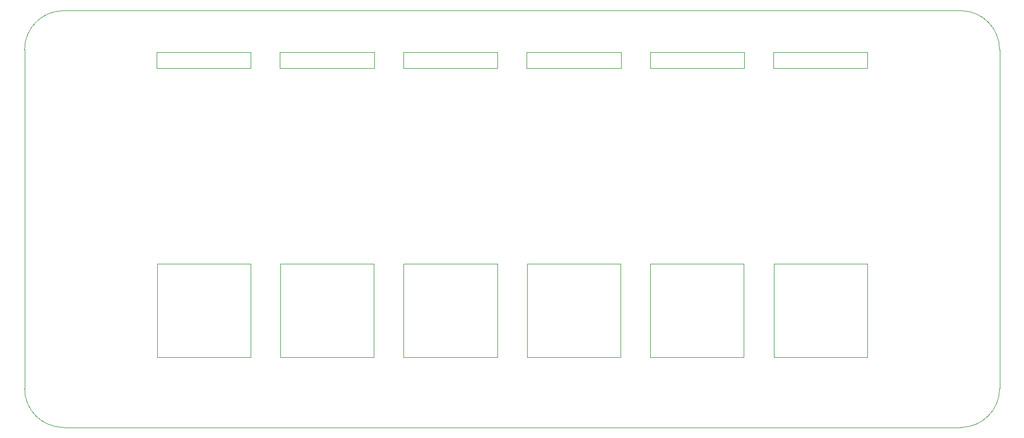
<source format=gbr>
G04 #@! TF.GenerationSoftware,KiCad,Pcbnew,5.1.7-a382d34a8~88~ubuntu20.04.1*
G04 #@! TF.CreationDate,2021-04-25T21:36:46-07:00*
G04 #@! TF.ProjectId,keypad-frame,6b657970-6164-42d6-9672-616d652e6b69,Apr2021a*
G04 #@! TF.SameCoordinates,Original*
G04 #@! TF.FileFunction,Profile,NP*
%FSLAX46Y46*%
G04 Gerber Fmt 4.6, Leading zero omitted, Abs format (unit mm)*
G04 Created by KiCad (PCBNEW 5.1.7-a382d34a8~88~ubuntu20.04.1) date 2021-04-25 21:36:46*
%MOMM*%
%LPD*%
G01*
G04 APERTURE LIST*
G04 #@! TA.AperFunction,Profile*
%ADD10C,0.050000*%
G04 #@! TD*
G04 #@! TA.AperFunction,Profile*
%ADD11C,0.120000*%
G04 #@! TD*
G04 APERTURE END LIST*
D10*
X91400000Y-59800000D02*
X91400000Y-112000000D01*
X235600000Y-53800000D02*
X97400000Y-53800000D01*
X91400000Y-59800000D02*
G75*
G02*
X97400000Y-53800000I6000000J0D01*
G01*
X241600000Y-112000000D02*
X241600000Y-59800000D01*
X235600000Y-53800000D02*
G75*
G02*
X241600000Y-59800000I0J-6000000D01*
G01*
X97400000Y-118000000D02*
X235600000Y-118000000D01*
X91400000Y-112000000D02*
G75*
G03*
X97400000Y-118000000I6000000J0D01*
G01*
X241600000Y-112000000D02*
G75*
G02*
X235600000Y-118000000I-6000000J0D01*
G01*
D11*
G04 #@! TO.C,SW7*
X221200000Y-107200000D02*
X206800000Y-107200000D01*
X206800000Y-92800000D02*
X221200000Y-92800000D01*
X221200000Y-92800000D02*
X221200000Y-107200000D01*
X206800000Y-92800000D02*
X206800000Y-107200000D01*
G04 #@! TO.C,SW6*
X202200000Y-107200000D02*
X187800000Y-107200000D01*
X187800000Y-92800000D02*
X202200000Y-92800000D01*
X202200000Y-92800000D02*
X202200000Y-107200000D01*
X187800000Y-92800000D02*
X187800000Y-107200000D01*
G04 #@! TO.C,SW5*
X183200000Y-107200000D02*
X168800000Y-107200000D01*
X168800000Y-92800000D02*
X183200000Y-92800000D01*
X183200000Y-92800000D02*
X183200000Y-107200000D01*
X168800000Y-92800000D02*
X168800000Y-107200000D01*
G04 #@! TO.C,SW4*
X164200000Y-107200000D02*
X149800000Y-107200000D01*
X149800000Y-92800000D02*
X164200000Y-92800000D01*
X164200000Y-92800000D02*
X164200000Y-107200000D01*
X149800000Y-92800000D02*
X149800000Y-107200000D01*
G04 #@! TO.C,SW3*
X145200000Y-107200000D02*
X130800000Y-107200000D01*
X130800000Y-92800000D02*
X145200000Y-92800000D01*
X145200000Y-92800000D02*
X145200000Y-107200000D01*
X130800000Y-92800000D02*
X130800000Y-107200000D01*
G04 #@! TO.C,SW2*
X126200000Y-107200000D02*
X111800000Y-107200000D01*
X111800000Y-92800000D02*
X126200000Y-92800000D01*
X126200000Y-92800000D02*
X126200000Y-107200000D01*
X111800000Y-92800000D02*
X111800000Y-107200000D01*
G04 #@! TO.C,U8*
X221250000Y-62674000D02*
X221250000Y-60174000D01*
X206750000Y-62674000D02*
X206750000Y-60174000D01*
X221250000Y-60174000D02*
X206750000Y-60174000D01*
X206750000Y-62674000D02*
X221250000Y-62674000D01*
G04 #@! TO.C,U7*
X202250000Y-62674000D02*
X202250000Y-60174000D01*
X187750000Y-62674000D02*
X187750000Y-60174000D01*
X202250000Y-60174000D02*
X187750000Y-60174000D01*
X187750000Y-62674000D02*
X202250000Y-62674000D01*
G04 #@! TO.C,U6*
X183250000Y-62674000D02*
X183250000Y-60174000D01*
X168750000Y-62674000D02*
X168750000Y-60174000D01*
X183250000Y-60174000D02*
X168750000Y-60174000D01*
X168750000Y-62674000D02*
X183250000Y-62674000D01*
G04 #@! TO.C,U5*
X164250000Y-62674000D02*
X164250000Y-60174000D01*
X149750000Y-62674000D02*
X149750000Y-60174000D01*
X164250000Y-60174000D02*
X149750000Y-60174000D01*
X149750000Y-62674000D02*
X164250000Y-62674000D01*
G04 #@! TO.C,U4*
X145250000Y-62674000D02*
X145250000Y-60174000D01*
X130750000Y-62674000D02*
X130750000Y-60174000D01*
X145250000Y-60174000D02*
X130750000Y-60174000D01*
X130750000Y-62674000D02*
X145250000Y-62674000D01*
G04 #@! TO.C,U3*
X126250000Y-62674000D02*
X126250000Y-60174000D01*
X111750000Y-62674000D02*
X111750000Y-60174000D01*
X126250000Y-60174000D02*
X111750000Y-60174000D01*
X111750000Y-62674000D02*
X126250000Y-62674000D01*
G04 #@! TD*
M02*

</source>
